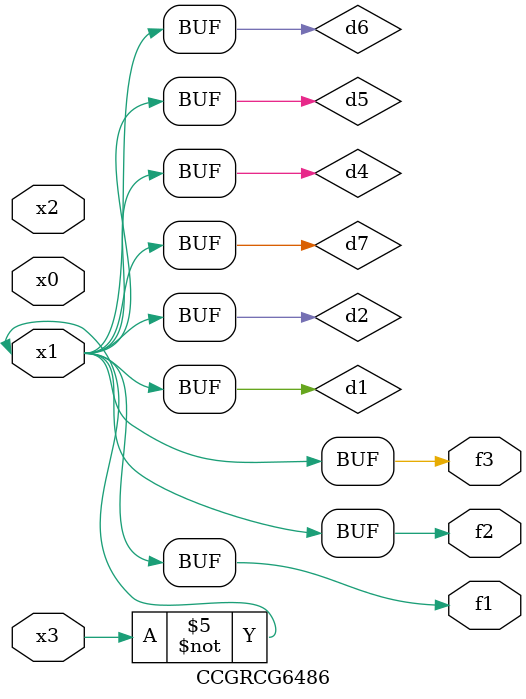
<source format=v>
module CCGRCG6486(
	input x0, x1, x2, x3,
	output f1, f2, f3
);

	wire d1, d2, d3, d4, d5, d6, d7;

	not (d1, x3);
	buf (d2, x1);
	xnor (d3, d1, d2);
	nor (d4, d1);
	buf (d5, d1, d2);
	buf (d6, d4, d5);
	nand (d7, d4);
	assign f1 = d6;
	assign f2 = d7;
	assign f3 = d6;
endmodule

</source>
